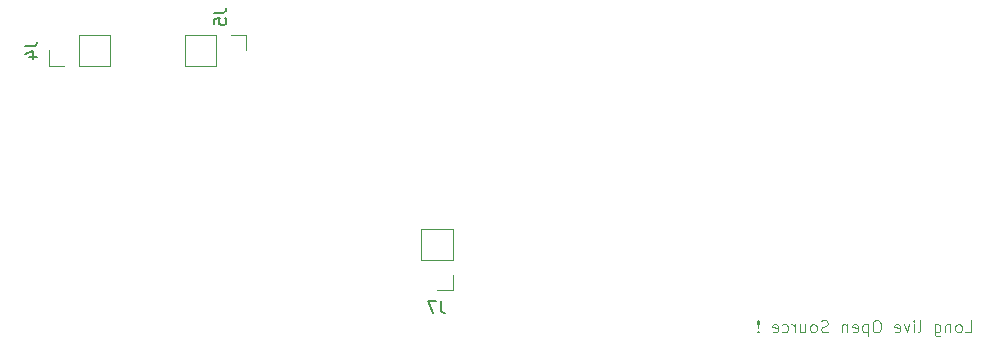
<source format=gbr>
%TF.GenerationSoftware,KiCad,Pcbnew,9.0.5*%
%TF.CreationDate,2026-02-14T18:46:13+01:00*%
%TF.ProjectId,DriveAssist_Kicad,44726976-6541-4737-9369-73745f4b6963,1.0*%
%TF.SameCoordinates,Original*%
%TF.FileFunction,Legend,Bot*%
%TF.FilePolarity,Positive*%
%FSLAX46Y46*%
G04 Gerber Fmt 4.6, Leading zero omitted, Abs format (unit mm)*
G04 Created by KiCad (PCBNEW 9.0.5) date 2026-02-14 18:46:13*
%MOMM*%
%LPD*%
G01*
G04 APERTURE LIST*
%ADD10C,0.100000*%
%ADD11C,0.150000*%
%ADD12C,0.120000*%
G04 APERTURE END LIST*
D10*
X191719925Y-128872419D02*
X192196115Y-128872419D01*
X192196115Y-128872419D02*
X192196115Y-127872419D01*
X191243734Y-128872419D02*
X191338972Y-128824800D01*
X191338972Y-128824800D02*
X191386591Y-128777180D01*
X191386591Y-128777180D02*
X191434210Y-128681942D01*
X191434210Y-128681942D02*
X191434210Y-128396228D01*
X191434210Y-128396228D02*
X191386591Y-128300990D01*
X191386591Y-128300990D02*
X191338972Y-128253371D01*
X191338972Y-128253371D02*
X191243734Y-128205752D01*
X191243734Y-128205752D02*
X191100877Y-128205752D01*
X191100877Y-128205752D02*
X191005639Y-128253371D01*
X191005639Y-128253371D02*
X190958020Y-128300990D01*
X190958020Y-128300990D02*
X190910401Y-128396228D01*
X190910401Y-128396228D02*
X190910401Y-128681942D01*
X190910401Y-128681942D02*
X190958020Y-128777180D01*
X190958020Y-128777180D02*
X191005639Y-128824800D01*
X191005639Y-128824800D02*
X191100877Y-128872419D01*
X191100877Y-128872419D02*
X191243734Y-128872419D01*
X190481829Y-128205752D02*
X190481829Y-128872419D01*
X190481829Y-128300990D02*
X190434210Y-128253371D01*
X190434210Y-128253371D02*
X190338972Y-128205752D01*
X190338972Y-128205752D02*
X190196115Y-128205752D01*
X190196115Y-128205752D02*
X190100877Y-128253371D01*
X190100877Y-128253371D02*
X190053258Y-128348609D01*
X190053258Y-128348609D02*
X190053258Y-128872419D01*
X189148496Y-128205752D02*
X189148496Y-129015276D01*
X189148496Y-129015276D02*
X189196115Y-129110514D01*
X189196115Y-129110514D02*
X189243734Y-129158133D01*
X189243734Y-129158133D02*
X189338972Y-129205752D01*
X189338972Y-129205752D02*
X189481829Y-129205752D01*
X189481829Y-129205752D02*
X189577067Y-129158133D01*
X189148496Y-128824800D02*
X189243734Y-128872419D01*
X189243734Y-128872419D02*
X189434210Y-128872419D01*
X189434210Y-128872419D02*
X189529448Y-128824800D01*
X189529448Y-128824800D02*
X189577067Y-128777180D01*
X189577067Y-128777180D02*
X189624686Y-128681942D01*
X189624686Y-128681942D02*
X189624686Y-128396228D01*
X189624686Y-128396228D02*
X189577067Y-128300990D01*
X189577067Y-128300990D02*
X189529448Y-128253371D01*
X189529448Y-128253371D02*
X189434210Y-128205752D01*
X189434210Y-128205752D02*
X189243734Y-128205752D01*
X189243734Y-128205752D02*
X189148496Y-128253371D01*
X187767543Y-128872419D02*
X187862781Y-128824800D01*
X187862781Y-128824800D02*
X187910400Y-128729561D01*
X187910400Y-128729561D02*
X187910400Y-127872419D01*
X187386590Y-128872419D02*
X187386590Y-128205752D01*
X187386590Y-127872419D02*
X187434209Y-127920038D01*
X187434209Y-127920038D02*
X187386590Y-127967657D01*
X187386590Y-127967657D02*
X187338971Y-127920038D01*
X187338971Y-127920038D02*
X187386590Y-127872419D01*
X187386590Y-127872419D02*
X187386590Y-127967657D01*
X187005638Y-128205752D02*
X186767543Y-128872419D01*
X186767543Y-128872419D02*
X186529448Y-128205752D01*
X185767543Y-128824800D02*
X185862781Y-128872419D01*
X185862781Y-128872419D02*
X186053257Y-128872419D01*
X186053257Y-128872419D02*
X186148495Y-128824800D01*
X186148495Y-128824800D02*
X186196114Y-128729561D01*
X186196114Y-128729561D02*
X186196114Y-128348609D01*
X186196114Y-128348609D02*
X186148495Y-128253371D01*
X186148495Y-128253371D02*
X186053257Y-128205752D01*
X186053257Y-128205752D02*
X185862781Y-128205752D01*
X185862781Y-128205752D02*
X185767543Y-128253371D01*
X185767543Y-128253371D02*
X185719924Y-128348609D01*
X185719924Y-128348609D02*
X185719924Y-128443847D01*
X185719924Y-128443847D02*
X186196114Y-128539085D01*
X184338971Y-127872419D02*
X184148495Y-127872419D01*
X184148495Y-127872419D02*
X184053257Y-127920038D01*
X184053257Y-127920038D02*
X183958019Y-128015276D01*
X183958019Y-128015276D02*
X183910400Y-128205752D01*
X183910400Y-128205752D02*
X183910400Y-128539085D01*
X183910400Y-128539085D02*
X183958019Y-128729561D01*
X183958019Y-128729561D02*
X184053257Y-128824800D01*
X184053257Y-128824800D02*
X184148495Y-128872419D01*
X184148495Y-128872419D02*
X184338971Y-128872419D01*
X184338971Y-128872419D02*
X184434209Y-128824800D01*
X184434209Y-128824800D02*
X184529447Y-128729561D01*
X184529447Y-128729561D02*
X184577066Y-128539085D01*
X184577066Y-128539085D02*
X184577066Y-128205752D01*
X184577066Y-128205752D02*
X184529447Y-128015276D01*
X184529447Y-128015276D02*
X184434209Y-127920038D01*
X184434209Y-127920038D02*
X184338971Y-127872419D01*
X183481828Y-128205752D02*
X183481828Y-129205752D01*
X183481828Y-128253371D02*
X183386590Y-128205752D01*
X183386590Y-128205752D02*
X183196114Y-128205752D01*
X183196114Y-128205752D02*
X183100876Y-128253371D01*
X183100876Y-128253371D02*
X183053257Y-128300990D01*
X183053257Y-128300990D02*
X183005638Y-128396228D01*
X183005638Y-128396228D02*
X183005638Y-128681942D01*
X183005638Y-128681942D02*
X183053257Y-128777180D01*
X183053257Y-128777180D02*
X183100876Y-128824800D01*
X183100876Y-128824800D02*
X183196114Y-128872419D01*
X183196114Y-128872419D02*
X183386590Y-128872419D01*
X183386590Y-128872419D02*
X183481828Y-128824800D01*
X182196114Y-128824800D02*
X182291352Y-128872419D01*
X182291352Y-128872419D02*
X182481828Y-128872419D01*
X182481828Y-128872419D02*
X182577066Y-128824800D01*
X182577066Y-128824800D02*
X182624685Y-128729561D01*
X182624685Y-128729561D02*
X182624685Y-128348609D01*
X182624685Y-128348609D02*
X182577066Y-128253371D01*
X182577066Y-128253371D02*
X182481828Y-128205752D01*
X182481828Y-128205752D02*
X182291352Y-128205752D01*
X182291352Y-128205752D02*
X182196114Y-128253371D01*
X182196114Y-128253371D02*
X182148495Y-128348609D01*
X182148495Y-128348609D02*
X182148495Y-128443847D01*
X182148495Y-128443847D02*
X182624685Y-128539085D01*
X181719923Y-128205752D02*
X181719923Y-128872419D01*
X181719923Y-128300990D02*
X181672304Y-128253371D01*
X181672304Y-128253371D02*
X181577066Y-128205752D01*
X181577066Y-128205752D02*
X181434209Y-128205752D01*
X181434209Y-128205752D02*
X181338971Y-128253371D01*
X181338971Y-128253371D02*
X181291352Y-128348609D01*
X181291352Y-128348609D02*
X181291352Y-128872419D01*
X180100875Y-128824800D02*
X179958018Y-128872419D01*
X179958018Y-128872419D02*
X179719923Y-128872419D01*
X179719923Y-128872419D02*
X179624685Y-128824800D01*
X179624685Y-128824800D02*
X179577066Y-128777180D01*
X179577066Y-128777180D02*
X179529447Y-128681942D01*
X179529447Y-128681942D02*
X179529447Y-128586704D01*
X179529447Y-128586704D02*
X179577066Y-128491466D01*
X179577066Y-128491466D02*
X179624685Y-128443847D01*
X179624685Y-128443847D02*
X179719923Y-128396228D01*
X179719923Y-128396228D02*
X179910399Y-128348609D01*
X179910399Y-128348609D02*
X180005637Y-128300990D01*
X180005637Y-128300990D02*
X180053256Y-128253371D01*
X180053256Y-128253371D02*
X180100875Y-128158133D01*
X180100875Y-128158133D02*
X180100875Y-128062895D01*
X180100875Y-128062895D02*
X180053256Y-127967657D01*
X180053256Y-127967657D02*
X180005637Y-127920038D01*
X180005637Y-127920038D02*
X179910399Y-127872419D01*
X179910399Y-127872419D02*
X179672304Y-127872419D01*
X179672304Y-127872419D02*
X179529447Y-127920038D01*
X178958018Y-128872419D02*
X179053256Y-128824800D01*
X179053256Y-128824800D02*
X179100875Y-128777180D01*
X179100875Y-128777180D02*
X179148494Y-128681942D01*
X179148494Y-128681942D02*
X179148494Y-128396228D01*
X179148494Y-128396228D02*
X179100875Y-128300990D01*
X179100875Y-128300990D02*
X179053256Y-128253371D01*
X179053256Y-128253371D02*
X178958018Y-128205752D01*
X178958018Y-128205752D02*
X178815161Y-128205752D01*
X178815161Y-128205752D02*
X178719923Y-128253371D01*
X178719923Y-128253371D02*
X178672304Y-128300990D01*
X178672304Y-128300990D02*
X178624685Y-128396228D01*
X178624685Y-128396228D02*
X178624685Y-128681942D01*
X178624685Y-128681942D02*
X178672304Y-128777180D01*
X178672304Y-128777180D02*
X178719923Y-128824800D01*
X178719923Y-128824800D02*
X178815161Y-128872419D01*
X178815161Y-128872419D02*
X178958018Y-128872419D01*
X177767542Y-128205752D02*
X177767542Y-128872419D01*
X178196113Y-128205752D02*
X178196113Y-128729561D01*
X178196113Y-128729561D02*
X178148494Y-128824800D01*
X178148494Y-128824800D02*
X178053256Y-128872419D01*
X178053256Y-128872419D02*
X177910399Y-128872419D01*
X177910399Y-128872419D02*
X177815161Y-128824800D01*
X177815161Y-128824800D02*
X177767542Y-128777180D01*
X177291351Y-128872419D02*
X177291351Y-128205752D01*
X177291351Y-128396228D02*
X177243732Y-128300990D01*
X177243732Y-128300990D02*
X177196113Y-128253371D01*
X177196113Y-128253371D02*
X177100875Y-128205752D01*
X177100875Y-128205752D02*
X177005637Y-128205752D01*
X176243732Y-128824800D02*
X176338970Y-128872419D01*
X176338970Y-128872419D02*
X176529446Y-128872419D01*
X176529446Y-128872419D02*
X176624684Y-128824800D01*
X176624684Y-128824800D02*
X176672303Y-128777180D01*
X176672303Y-128777180D02*
X176719922Y-128681942D01*
X176719922Y-128681942D02*
X176719922Y-128396228D01*
X176719922Y-128396228D02*
X176672303Y-128300990D01*
X176672303Y-128300990D02*
X176624684Y-128253371D01*
X176624684Y-128253371D02*
X176529446Y-128205752D01*
X176529446Y-128205752D02*
X176338970Y-128205752D01*
X176338970Y-128205752D02*
X176243732Y-128253371D01*
X175434208Y-128824800D02*
X175529446Y-128872419D01*
X175529446Y-128872419D02*
X175719922Y-128872419D01*
X175719922Y-128872419D02*
X175815160Y-128824800D01*
X175815160Y-128824800D02*
X175862779Y-128729561D01*
X175862779Y-128729561D02*
X175862779Y-128348609D01*
X175862779Y-128348609D02*
X175815160Y-128253371D01*
X175815160Y-128253371D02*
X175719922Y-128205752D01*
X175719922Y-128205752D02*
X175529446Y-128205752D01*
X175529446Y-128205752D02*
X175434208Y-128253371D01*
X175434208Y-128253371D02*
X175386589Y-128348609D01*
X175386589Y-128348609D02*
X175386589Y-128443847D01*
X175386589Y-128443847D02*
X175862779Y-128539085D01*
X174196112Y-128777180D02*
X174148493Y-128824800D01*
X174148493Y-128824800D02*
X174196112Y-128872419D01*
X174196112Y-128872419D02*
X174243731Y-128824800D01*
X174243731Y-128824800D02*
X174196112Y-128777180D01*
X174196112Y-128777180D02*
X174196112Y-128872419D01*
X174196112Y-128491466D02*
X174243731Y-127920038D01*
X174243731Y-127920038D02*
X174196112Y-127872419D01*
X174196112Y-127872419D02*
X174148493Y-127920038D01*
X174148493Y-127920038D02*
X174196112Y-128491466D01*
X174196112Y-128491466D02*
X174196112Y-127872419D01*
D11*
X147333333Y-126224819D02*
X147333333Y-126939104D01*
X147333333Y-126939104D02*
X147380952Y-127081961D01*
X147380952Y-127081961D02*
X147476190Y-127177200D01*
X147476190Y-127177200D02*
X147619047Y-127224819D01*
X147619047Y-127224819D02*
X147714285Y-127224819D01*
X146952380Y-126224819D02*
X146285714Y-126224819D01*
X146285714Y-126224819D02*
X146714285Y-127224819D01*
X128164819Y-101841666D02*
X128879104Y-101841666D01*
X128879104Y-101841666D02*
X129021961Y-101794047D01*
X129021961Y-101794047D02*
X129117200Y-101698809D01*
X129117200Y-101698809D02*
X129164819Y-101555952D01*
X129164819Y-101555952D02*
X129164819Y-101460714D01*
X128164819Y-102794047D02*
X128164819Y-102317857D01*
X128164819Y-102317857D02*
X128641009Y-102270238D01*
X128641009Y-102270238D02*
X128593390Y-102317857D01*
X128593390Y-102317857D02*
X128545771Y-102413095D01*
X128545771Y-102413095D02*
X128545771Y-102651190D01*
X128545771Y-102651190D02*
X128593390Y-102746428D01*
X128593390Y-102746428D02*
X128641009Y-102794047D01*
X128641009Y-102794047D02*
X128736247Y-102841666D01*
X128736247Y-102841666D02*
X128974342Y-102841666D01*
X128974342Y-102841666D02*
X129069580Y-102794047D01*
X129069580Y-102794047D02*
X129117200Y-102746428D01*
X129117200Y-102746428D02*
X129164819Y-102651190D01*
X129164819Y-102651190D02*
X129164819Y-102413095D01*
X129164819Y-102413095D02*
X129117200Y-102317857D01*
X129117200Y-102317857D02*
X129069580Y-102270238D01*
X112144819Y-104666666D02*
X112859104Y-104666666D01*
X112859104Y-104666666D02*
X113001961Y-104619047D01*
X113001961Y-104619047D02*
X113097200Y-104523809D01*
X113097200Y-104523809D02*
X113144819Y-104380952D01*
X113144819Y-104380952D02*
X113144819Y-104285714D01*
X112478152Y-105571428D02*
X113144819Y-105571428D01*
X112097200Y-105333333D02*
X112811485Y-105095238D01*
X112811485Y-105095238D02*
X112811485Y-105714285D01*
D12*
%TO.C,J7*%
X145670000Y-120130000D02*
X148330000Y-120130000D01*
X145670000Y-122730000D02*
X145670000Y-120130000D01*
X145670000Y-122730000D02*
X148330000Y-122730000D01*
X147000000Y-125330000D02*
X148330000Y-125330000D01*
X148330000Y-122730000D02*
X148330000Y-120130000D01*
X148330000Y-125330000D02*
X148330000Y-124000000D01*
%TO.C,J5*%
X125670000Y-106330000D02*
X125670000Y-103670000D01*
X128270000Y-103670000D02*
X125670000Y-103670000D01*
X128270000Y-106330000D02*
X125670000Y-106330000D01*
X128270000Y-106330000D02*
X128270000Y-103670000D01*
X130870000Y-103670000D02*
X129540000Y-103670000D01*
X130870000Y-105000000D02*
X130870000Y-103670000D01*
%TO.C,J4*%
X114130000Y-105000000D02*
X114130000Y-106330000D01*
X114130000Y-106330000D02*
X115460000Y-106330000D01*
X116730000Y-103670000D02*
X116730000Y-106330000D01*
X116730000Y-103670000D02*
X119330000Y-103670000D01*
X116730000Y-106330000D02*
X119330000Y-106330000D01*
X119330000Y-103670000D02*
X119330000Y-106330000D01*
%TD*%
M02*

</source>
